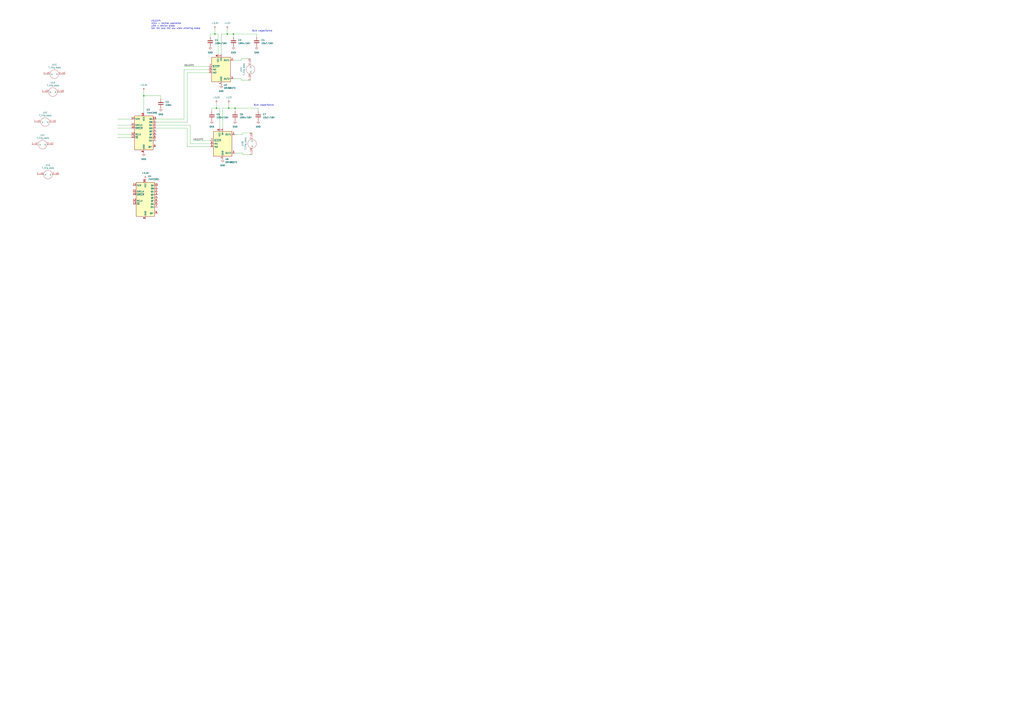
<source format=kicad_sch>
(kicad_sch (version 20231120) (generator "eeschema") (generator_version "8.0")
  (paper "A1")
  (lib_symbols
    (symbol "74xx:74HC595"
      (property "Reference" "U" (at -7.62 13.97 0))
      (property "Value" "74HC595" (at -7.62 -16.51 0))
      (symbol "74HC595_1_0"
        (pin tri_state line (at 10.16 7.62 180) (length 2.54) (name "QB") (number "1"))
        (pin input line (at -10.16 2.54 0) (length 2.54) (name "~{SRCLR}") (number "10"))
        (pin input line (at -10.16 5.08 0) (length 2.54) (name "SRCLK") (number "11"))
        (pin input line (at -10.16 -2.54 0) (length 2.54) (name "RCLK") (number "12"))
        (pin input line (at -10.16 -5.08 0) (length 2.54) (name "~{OE}") (number "13"))
        (pin input line (at -10.16 10.16 0) (length 2.54) (name "SER") (number "14"))
        (pin tri_state line (at 10.16 10.16 180) (length 2.54) (name "QA") (number "15"))
        (pin power_in line (at 0 15.24 270) (length 2.54) (name "VCC") (number "16"))
        (pin tri_state line (at 10.16 5.08 180) (length 2.54) (name "QC") (number "2"))
        (pin tri_state line (at 10.16 2.54 180) (length 2.54) (name "QD") (number "3"))
        (pin tri_state line (at 10.16 0 180) (length 2.54) (name "QE") (number "4"))
        (pin tri_state line (at 10.16 -2.54 180) (length 2.54) (name "QF") (number "5"))
        (pin tri_state line (at 10.16 -5.08 180) (length 2.54) (name "QG") (number "6"))
        (pin tri_state line (at 10.16 -7.62 180) (length 2.54) (name "QH") (number "7"))
        (pin power_in line (at 0 -17.78 90) (length 2.54) (name "GND") (number "8"))
        (pin output line (at 10.16 -12.7 180) (length 2.54) (name "QH'") (number "9"))
      )
      (symbol "74HC595_1_1"
        (rectangle (start -7.62 12.7) (end 7.62 -15.24) (stroke (width 0.254)) (fill (type background)))
      )
    )
    (symbol "Device:C" (pin_numbers hide) (pin_names (offset 0.254))
      (property "Reference" "C" (at 0.635 2.54 0))
      (property "Value" "C" (at 0.635 -2.54 0))
      (symbol "C_0_1"
        (polyline (pts (xy -2.032 -0.762) (xy 2.032 -0.762)) (stroke (width 0.508)))
        (polyline (pts (xy -2.032 0.762) (xy 2.032 0.762)) (stroke (width 0.508)))
      )
      (symbol "C_1_1"
        (pin passive line (at 0 3.81 270) (length 2.794) (name "~") (number "1"))
        (pin passive line (at 0 -3.81 90) (length 2.794) (name "~") (number "2"))
      )
    )
    (symbol "Driver_Motor:DRV8837C"
      (property "Reference" "U" (at 6.35 11.43 0))
      (property "Value" "DRV8837C" (at -10.16 11.43 0))
      (symbol "DRV8837C_0_1"
        (rectangle (start -7.62 10.16) (end 7.62 -10.16) (stroke (width 0.254)) (fill (type background)))
      )
      (symbol "DRV8837C_1_1"
        (pin power_in line (at 0 12.7 270) (length 2.54) (name "VM") (number "1"))
        (pin output line (at 10.16 7.62 180) (length 2.54) (name "OUT1") (number "2"))
        (pin output line (at 10.16 -7.62 180) (length 2.54) (name "OUT2") (number "3"))
        (pin power_in line (at 0 -12.7 90) (length 2.54) (name "GND") (number "4"))
        (pin input line (at -10.16 -2.54 0) (length 2.54) (name "IN2") (number "5"))
        (pin input line (at -10.16 0 0) (length 2.54) (name "IN1") (number "6"))
        (pin input line (at -10.16 2.54 0) (length 2.54) (name "~{SLEEP}") (number "7"))
        (pin power_in line (at -2.54 12.7 270) (length 2.54) (name "VCC") (number "8"))
        (pin passive line (at 0 -12.7 90) (length 2.54) hide (name "GND") (number "9"))
      )
    )
    (symbol "dot_flipper-rescue:7_flip_dots-dot_flipper" (pin_names (offset 1.016))
      (property "Reference" "U" (at 0 -10.16 0))
      (property "Value" "dot_flipper_7_flip_dots" (at 0 3.81 0))
      (symbol "7_flip_dots-dot_flipper_0_1"
        (circle (center 0 -2.54) (radius 3.5814))
      )
      (symbol "7_flip_dots-dot_flipper_1_1"
        (pin input line (at -8.89 -2.54 0) (length 5.08) (name "a") (number "1-UA"))
        (pin input line (at 8.89 -2.54 180) (length 5.08) (name "b") (number "2-UA"))
      )
      (symbol "7_flip_dots-dot_flipper_2_1"
        (pin input line (at -8.89 -2.54 0) (length 5.08) (name "a") (number "1-UB"))
        (pin input line (at 8.89 -2.54 180) (length 5.08) (name "b") (number "2-UB"))
      )
      (symbol "7_flip_dots-dot_flipper_3_1"
        (pin input line (at -8.89 -2.54 0) (length 5.08) (name "a") (number "1-UC"))
        (pin input line (at 8.89 -2.54 180) (length 5.08) (name "b") (number "2-UC"))
      )
      (symbol "7_flip_dots-dot_flipper_4_1"
        (pin input line (at -8.89 -2.54 0) (length 5.08) (name "a") (number "1-UD"))
        (pin input line (at 8.89 -2.54 180) (length 5.08) (name "b") (number "2-UD"))
      )
      (symbol "7_flip_dots-dot_flipper_5_1"
        (pin input line (at -8.89 -2.54 0) (length 5.08) (name "a") (number "1-UE"))
        (pin input line (at 8.89 -2.54 180) (length 5.08) (name "b") (number "2-UE"))
      )
      (symbol "7_flip_dots-dot_flipper_6_1"
        (pin input line (at -8.89 -2.54 0) (length 5.08) (name "a") (number "1-UF"))
        (pin input line (at 8.89 -2.54 180) (length 5.08) (name "b") (number "2-UF"))
      )
      (symbol "7_flip_dots-dot_flipper_7_1"
        (pin input line (at -8.89 -2.54 0) (length 5.08) (name "a") (number "1-UG"))
        (pin input line (at 8.89 -2.54 180) (length 5.08) (name "b") (number "2-UG"))
      )
    )
    (symbol "power:+3.3V" (power) (pin_numbers hide) (pin_names (offset 0) hide)
      (property "Value" "+3.3V" (at 0 3.556 0))
      (symbol "+3.3V_0_1"
        (polyline (pts (xy -0.762 1.27) (xy 0 2.54)))
        (polyline (pts (xy 0 0) (xy 0 2.54)))
        (polyline (pts (xy 0 2.54) (xy 0.762 1.27)))
      )
      (symbol "+3.3V_1_1"
        (pin power_in line (at 0 0 90) (length 0) (name "~") (number "1"))
      )
    )
    (symbol "power:GND" (power) (pin_numbers hide) (pin_names (offset 0) hide)
      (property "Value" "GND" (at 0 -3.81 0))
      (symbol "GND_0_1"
        (polyline (pts (xy 0 0) (xy 0 -1.27) (xy 1.27 -1.27) (xy 0 -2.54) (xy -1.27 -1.27) (xy 0 -1.27)))
      )
      (symbol "GND_1_1"
        (pin power_in line (at 0 0 270) (length 0) (name "~") (number "1"))
      )
    )
  )
  (junction (at 118.11 78.74))
  (junction (at 176.53 27.94))
  (junction (at 186.69 27.94))
  (junction (at 177.8 88.9))
  (junction (at 187.96 88.9))
  (junction (at 193.04 88.9))
  (junction (at 191.77 27.94))
  (wire (pts (xy 156.21 102.87) (xy 156.21 118.11)))
  (wire (pts (xy 128.27 105.41) (xy 153.67 105.41)))
  (wire (pts (xy 191.77 64.77) (xy 198.12 64.77)))
  (wire (pts (xy 176.53 27.94) (xy 172.72 27.94)))
  (wire (pts (xy 191.77 49.53) (xy 198.12 49.53)))
  (wire (pts (xy 96.52 102.87) (xy 107.95 102.87)))
  (wire (pts (xy 191.77 30.48) (xy 191.77 27.94)))
  (wire (pts (xy 151.13 97.79) (xy 151.13 57.15)))
  (wire (pts (xy 193.04 125.73) (xy 199.39 125.73)))
  (wire (pts (xy 193.04 88.9) (xy 212.09 88.9)))
  (wire (pts (xy 179.07 44.45) (xy 179.07 27.94)))
  (wire (pts (xy 193.04 88.9) (xy 187.96 88.9)))
  (wire (pts (xy 128.27 97.79) (xy 151.13 97.79)))
  (wire (pts (xy 193.04 110.49) (xy 199.39 110.49)))
  (wire (pts (xy 199.39 110.49) (xy 199.39 109.22)))
  (wire (pts (xy 198.12 66.04) (xy 205.74 66.04)))
  (wire (pts (xy 96.52 97.79) (xy 107.95 97.79)))
  (wire (pts (xy 118.11 78.74) (xy 118.11 92.71)))
  (wire (pts (xy 180.34 88.9) (xy 177.8 88.9)))
  (wire (pts (xy 173.99 88.9) (xy 173.99 91.44)))
  (wire (pts (xy 172.72 27.94) (xy 172.72 30.48)))
  (wire (pts (xy 199.39 125.73) (xy 199.39 127)))
  (wire (pts (xy 153.67 105.41) (xy 153.67 120.65)))
  (wire (pts (xy 96.52 105.41) (xy 107.95 105.41)))
  (wire (pts (xy 180.34 105.41) (xy 180.34 88.9)))
  (wire (pts (xy 151.13 57.15) (xy 171.45 57.15)))
  (wire (pts (xy 191.77 27.94) (xy 210.82 27.94)))
  (wire (pts (xy 132.08 78.74) (xy 118.11 78.74)))
  (wire (pts (xy 96.52 113.03) (xy 107.95 113.03)))
  (wire (pts (xy 182.88 88.9) (xy 182.88 105.41)))
  (wire (pts (xy 177.8 85.09) (xy 177.8 88.9)))
  (wire (pts (xy 187.96 88.9) (xy 182.88 88.9)))
  (wire (pts (xy 179.07 27.94) (xy 176.53 27.94)))
  (wire (pts (xy 156.21 118.11) (xy 172.72 118.11)))
  (wire (pts (xy 153.67 59.69) (xy 171.45 59.69)))
  (wire (pts (xy 193.04 91.44) (xy 193.04 88.9)))
  (wire (pts (xy 186.69 27.94) (xy 181.61 27.94)))
  (wire (pts (xy 151.13 54.61) (xy 171.45 54.61)))
  (wire (pts (xy 191.77 27.94) (xy 186.69 27.94)))
  (wire (pts (xy 210.82 27.94) (xy 210.82 30.48)))
  (wire (pts (xy 199.39 109.22) (xy 207.01 109.22)))
  (wire (pts (xy 153.67 100.33) (xy 153.67 59.69)))
  (wire (pts (xy 128.27 102.87) (xy 156.21 102.87)))
  (wire (pts (xy 158.75 115.57) (xy 172.72 115.57)))
  (wire (pts (xy 96.52 110.49) (xy 107.95 110.49)))
  (wire (pts (xy 199.39 127) (xy 207.01 127)))
  (wire (pts (xy 198.12 64.77) (xy 198.12 66.04)))
  (wire (pts (xy 132.08 81.28) (xy 132.08 78.74)))
  (wire (pts (xy 176.53 24.13) (xy 176.53 27.94)))
  (wire (pts (xy 198.12 49.53) (xy 198.12 48.26)))
  (wire (pts (xy 177.8 88.9) (xy 173.99 88.9)))
  (wire (pts (xy 181.61 27.94) (xy 181.61 44.45)))
  (wire (pts (xy 128.27 100.33) (xy 153.67 100.33)))
  (wire (pts (xy 153.67 120.65) (xy 172.72 120.65)))
  (wire (pts (xy 198.12 48.26) (xy 205.74 48.26)))
  (wire (pts (xy 186.69 24.13) (xy 186.69 27.94)))
  (wire (pts (xy 118.11 74.93) (xy 118.11 78.74)))
  (wire (pts (xy 187.96 85.09) (xy 187.96 88.9)))
  (wire (pts (xy 212.09 88.9) (xy 212.09 91.44)))
  (text "Bulk capacitance" (at 215.392 25.4 0) (effects (font (size 1.27 1.27))))
  (text "nSLEEP:\nHIGH = normal operation\nLOW = device sleep\nSet IN1 and IN2 low when entering sleep" (at 124.206 20.32 0) (effects (font (size 1.27 1.27)) (justify left)))
  (text "Bulk capacitance" (at 216.662 86.36 0) (effects (font (size 1.27 1.27))))
  (label "nSLEEP1" (at 151.13 54.61 0))
  (label "nSLEEP1" (at 158.75 115.57 0))
  (symbol (lib_id "dot_flipper-rescue:7_flip_dots-dot_flipper") (at 203.2 57.15 90) (unit 1)
    (property "Reference" "U1" (at 197.9676 57.15 0))
    (property "Value" "7_flip_dots" (at 200.279 57.15 0))
    (property "Footprint" "dot_flipper:7_flip_dots" (effects (hide yes)))
  )
  (symbol (lib_id "dot_flipper-rescue:7_flip_dots-dot_flipper") (at 204.47 118.11 90) (unit 2)
    (property "Reference" "U1" (at 199.2376 118.11 0))
    (property "Value" "7_flip_dots" (at 201.549 118.11 0))
    (property "Footprint" "dot_flipper:7_flip_dots" (effects (hide yes)))
  )
  (symbol (lib_id "dot_flipper-rescue:7_flip_dots-dot_flipper") (at 44.704 58.42 0) (unit 3)
    (property "Reference" "U1" (at 44.704 53.1876 0))
    (property "Value" "7_flip_dots" (at 44.704 55.499 0))
    (property "Footprint" "dot_flipper:7_flip_dots" (effects (hide yes)))
  )
  (symbol (lib_id "dot_flipper-rescue:7_flip_dots-dot_flipper") (at 43.434 73.152 0) (unit 4)
    (property "Reference" "U1" (at 43.434 67.9196 0))
    (property "Value" "7_flip_dots" (at 43.434 70.231 0))
    (property "Footprint" "dot_flipper:7_flip_dots" (effects (hide yes)))
  )
  (symbol (lib_id "dot_flipper-rescue:7_flip_dots-dot_flipper") (at 37.084 97.79 0) (unit 5)
    (property "Reference" "U1" (at 37.084 92.5576 0))
    (property "Value" "7_flip_dots" (at 37.084 94.869 0))
    (property "Footprint" "dot_flipper:7_flip_dots" (effects (hide yes)))
  )
  (symbol (lib_id "dot_flipper-rescue:7_flip_dots-dot_flipper") (at 35.052 116.332 0) (unit 6)
    (property "Reference" "U1" (at 35.052 111.0996 0))
    (property "Value" "7_flip_dots" (at 35.052 113.411 0))
    (property "Footprint" "dot_flipper:7_flip_dots" (effects (hide yes)))
  )
  (symbol (lib_id "dot_flipper-rescue:7_flip_dots-dot_flipper") (at 39.37 140.97 0) (unit 7)
    (property "Reference" "U1" (at 39.37 135.7376 0))
    (property "Value" "7_flip_dots" (at 39.37 138.049 0))
    (property "Footprint" "dot_flipper:7_flip_dots" (effects (hide yes)))
  )
  (symbol (lib_id "power:+3.3V") (at 187.96 85.09 0) (unit 1)
    (property "Reference" "#PWR014" (effects (hide yes)))
    (property "Value" "+12V" (at 187.96 80.01 0))
    (property "Description" "Power symbol creates a global label with name \"+3.3V\"" (effects (hide yes)))
  )
  (symbol (lib_id "power:GND") (at 172.72 38.1 0) (unit 1)
    (property "Reference" "#PWR01" (effects (hide yes)))
    (property "Value" "GND" (at 172.72 43.18 0))
    (property "Description" "Power symbol creates a global label with name \"GND\" , ground" (effects (hide yes)))
  )
  (symbol (lib_id "power:GND") (at 173.99 99.06 0) (unit 1)
    (property "Reference" "#PWR011" (effects (hide yes)))
    (property "Value" "GND" (at 173.99 104.14 0))
    (property "Description" "Power symbol creates a global label with name \"GND\" , ground" (effects (hide yes)))
  )
  (symbol (lib_id "power:GND") (at 182.88 130.81 0) (unit 1)
    (property "Reference" "#PWR013" (effects (hide yes)))
    (property "Value" "GND" (at 182.88 135.89 0))
    (property "Description" "Power symbol creates a global label with name \"GND\" , ground" (effects (hide yes)))
  )
  (symbol (lib_id "power:GND") (at 181.61 69.85 0) (unit 1)
    (property "Reference" "#PWR02" (effects (hide yes)))
    (property "Value" "GND" (at 181.61 74.93 0))
    (property "Description" "Power symbol creates a global label with name \"GND\" , ground" (effects (hide yes)))
  )
  (symbol (lib_id "Device:C") (at 210.82 34.29 0) (unit 1)
    (property "Reference" "C4" (at 214.63 33.0199 0) (effects (justify left)))
    (property "Value" "10uF/16V" (at 214.63 35.5599 0) (effects (justify left)))
    (property "Footprint" "Capacitor_SMD:C_0201_0603Metric_Pad0.64x0.40mm_HandSolder" (effects (hide yes)))
    (property "Description" "Unpolarized capacitor" (effects (hide yes)))
  )
  (symbol (lib_id "Device:C") (at 191.77 34.29 0) (unit 1)
    (property "Reference" "C2" (at 195.58 33.0199 0) (effects (justify left)))
    (property "Value" "100n/16V" (at 195.58 35.5599 0) (effects (justify left)))
    (property "Footprint" "Capacitor_SMD:C_0201_0603Metric_Pad0.64x0.40mm_HandSolder" (effects (hide yes)))
    (property "Description" "Unpolarized capacitor" (effects (hide yes)))
  )
  (symbol (lib_id "power:+3.3V") (at 118.11 74.93 0) (unit 1)
    (property "Reference" "#PWR05" (effects (hide yes)))
    (property "Value" "+3.3V" (at 118.11 69.85 0))
    (property "Description" "Power symbol creates a global label with name \"+3.3V\"" (effects (hide yes)))
  )
  (symbol (lib_id "Device:C") (at 193.04 95.25 0) (unit 1)
    (property "Reference" "C6" (at 196.85 93.9799 0) (effects (justify left)))
    (property "Value" "100n/16V" (at 196.85 96.5199 0) (effects (justify left)))
    (property "Footprint" "Capacitor_SMD:C_0201_0603Metric_Pad0.64x0.40mm_HandSolder" (effects (hide yes)))
    (property "Description" "Unpolarized capacitor" (effects (hide yes)))
  )
  (symbol (lib_id "Device:C") (at 132.08 85.09 0) (unit 1)
    (property "Reference" "C3" (at 135.89 83.8199 0) (effects (justify left)))
    (property "Value" "100n" (at 135.89 86.3599 0) (effects (justify left)))
    (property "Footprint" "Capacitor_SMD:C_0201_0603Metric_Pad0.64x0.40mm_HandSolder" (effects (hide yes)))
    (property "Description" "Unpolarized capacitor" (effects (hide yes)))
  )
  (symbol (lib_id "power:GND") (at 191.77 38.1 0) (unit 1)
    (property "Reference" "#PWR03" (effects (hide yes)))
    (property "Value" "GND" (at 191.77 43.18 0))
    (property "Description" "Power symbol creates a global label with name \"GND\" , ground" (effects (hide yes)))
  )
  (symbol (lib_id "power:GND") (at 118.11 125.73 0) (unit 1)
    (property "Reference" "#PWR09" (effects (hide yes)))
    (property "Value" "GND" (at 118.11 130.81 0))
    (property "Description" "Power symbol creates a global label with name \"GND\" , ground" (effects (hide yes)))
  )
  (symbol (lib_id "power:+3.3V") (at 177.8 85.09 0) (unit 1)
    (property "Reference" "#PWR012" (effects (hide yes)))
    (property "Value" "+3.3V" (at 177.8 80.01 0))
    (property "Description" "Power symbol creates a global label with name \"+3.3V\"" (effects (hide yes)))
  )
  (symbol (lib_id "Device:C") (at 172.72 34.29 0) (unit 1)
    (property "Reference" "C1" (at 176.53 33.0199 0) (effects (justify left)))
    (property "Value" "100n/16V" (at 176.53 35.5599 0) (effects (justify left)))
    (property "Footprint" "Capacitor_SMD:C_0201_0603Metric_Pad0.64x0.40mm_HandSolder" (effects (hide yes)))
    (property "Description" "Unpolarized capacitor" (effects (hide yes)))
  )
  (symbol (lib_id "power:GND") (at 210.82 38.1 0) (unit 1)
    (property "Reference" "#PWR010" (effects (hide yes)))
    (property "Value" "GND" (at 210.82 43.18 0))
    (property "Description" "Power symbol creates a global label with name \"GND\" , ground" (effects (hide yes)))
  )
  (symbol (lib_id "Device:C") (at 173.99 95.25 0) (unit 1)
    (property "Reference" "C5" (at 177.8 93.9799 0) (effects (justify left)))
    (property "Value" "100n/16V" (at 177.8 96.5199 0) (effects (justify left)))
    (property "Footprint" "Capacitor_SMD:C_0201_0603Metric_Pad0.64x0.40mm_HandSolder" (effects (hide yes)))
    (property "Description" "Unpolarized capacitor" (effects (hide yes)))
  )
  (symbol (lib_id "Driver_Motor:DRV8837C") (at 182.88 118.11 0) (unit 1)
    (property "Reference" "U5" (at 185.0741 130.81 0) (effects (justify left)))
    (property "Value" "DRV8837C" (at 185.0741 133.35 0) (effects (justify left)))
    (property "Footprint" "Package_SON:WSON-8-1EP_2x2mm_P0.5mm_EP0.9x1.6mm" (effects (hide yes)))
    (property "Datasheet" "http://www.ti.com/lit/ds/symlink/drv8837c.pdf" (effects (hide yes)))
    (property "Description" "H-Bridge driver, 1A, Low Voltage, PWM input, WSON-8" (effects (hide yes)))
  )
  (symbol (lib_id "power:+3.3V") (at 176.53 24.13 0) (unit 1)
    (property "Reference" "#PWR06" (effects (hide yes)))
    (property "Value" "+3.3V" (at 176.53 19.05 0))
    (property "Description" "Power symbol creates a global label with name \"+3.3V\"" (effects (hide yes)))
  )
  (symbol (lib_id "74xx:74HC595") (at 118.11 107.95 0) (unit 1)
    (property "Reference" "U3" (at 120.3041 90.17 0) (effects (justify left)))
    (property "Value" "74HC595" (at 120.3041 92.71 0) (effects (justify left)))
    (property "Datasheet" "http://www.ti.com/lit/ds/symlink/sn74hc595.pdf" (effects (hide yes)))
    (property "Description" "8-bit serial in/out Shift Register 3-State Outputs" (effects (hide yes)))
  )
  (symbol (lib_id "power:+3.3V") (at 119.38 147.32 0) (unit 1)
    (property "Reference" "#PWR04" (effects (hide yes)))
    (property "Value" "+3.3V" (at 119.38 142.24 0))
    (property "Description" "Power symbol creates a global label with name \"+3.3V\"" (effects (hide yes)))
  )
  (symbol (lib_id "74xx:74HC595") (at 119.38 162.56 0) (unit 1)
    (property "Reference" "U4" (at 121.5741 144.78 0) (effects (justify left)))
    (property "Value" "74HC595" (at 121.5741 147.32 0) (effects (justify left)))
    (property "Datasheet" "http://www.ti.com/lit/ds/symlink/sn74hc595.pdf" (effects (hide yes)))
    (property "Description" "8-bit serial in/out Shift Register 3-State Outputs" (effects (hide yes)))
  )
  (symbol (lib_id "power:GND") (at 132.08 88.9 0) (unit 1)
    (property "Reference" "#PWR08" (effects (hide yes)))
    (property "Value" "GND" (at 132.08 93.98 0))
    (property "Description" "Power symbol creates a global label with name \"GND\" , ground" (effects (hide yes)))
  )
  (symbol (lib_id "Device:C") (at 212.09 95.25 0) (unit 1)
    (property "Reference" "C7" (at 215.9 93.9799 0) (effects (justify left)))
    (property "Value" "10uF/16V" (at 215.9 96.5199 0) (effects (justify left)))
    (property "Footprint" "Capacitor_SMD:C_0201_0603Metric_Pad0.64x0.40mm_HandSolder" (effects (hide yes)))
    (property "Description" "Unpolarized capacitor" (effects (hide yes)))
  )
  (symbol (lib_id "power:GND") (at 193.04 99.06 0) (unit 1)
    (property "Reference" "#PWR015" (effects (hide yes)))
    (property "Value" "GND" (at 193.04 104.14 0))
    (property "Description" "Power symbol creates a global label with name \"GND\" , ground" (effects (hide yes)))
  )
  (symbol (lib_id "power:GND") (at 212.09 99.06 0) (unit 1)
    (property "Reference" "#PWR016" (effects (hide yes)))
    (property "Value" "GND" (at 212.09 104.14 0))
    (property "Description" "Power symbol creates a global label with name \"GND\" , ground" (effects (hide yes)))
  )
  (symbol (lib_id "power:+3.3V") (at 186.69 24.13 0) (unit 1)
    (property "Reference" "#PWR07" (effects (hide yes)))
    (property "Value" "+12V" (at 186.69 19.05 0))
    (property "Description" "Power symbol creates a global label with name \"+3.3V\"" (effects (hide yes)))
  )
  (symbol (lib_id "Driver_Motor:DRV8837C") (at 181.61 57.15 0) (unit 1)
    (property "Reference" "U2" (at 183.8041 69.85 0) (effects (justify left)))
    (property "Value" "DRV8837C" (at 183.8041 72.39 0) (effects (justify left)))
    (property "Footprint" "Package_SON:WSON-8-1EP_2x2mm_P0.5mm_EP0.9x1.6mm" (effects (hide yes)))
    (property "Datasheet" "http://www.ti.com/lit/ds/symlink/drv8837c.pdf" (effects (hide yes)))
    (property "Description" "H-Bridge driver, 1A, Low Voltage, PWM input, WSON-8" (effects (hide yes)))
  )
)
</source>
